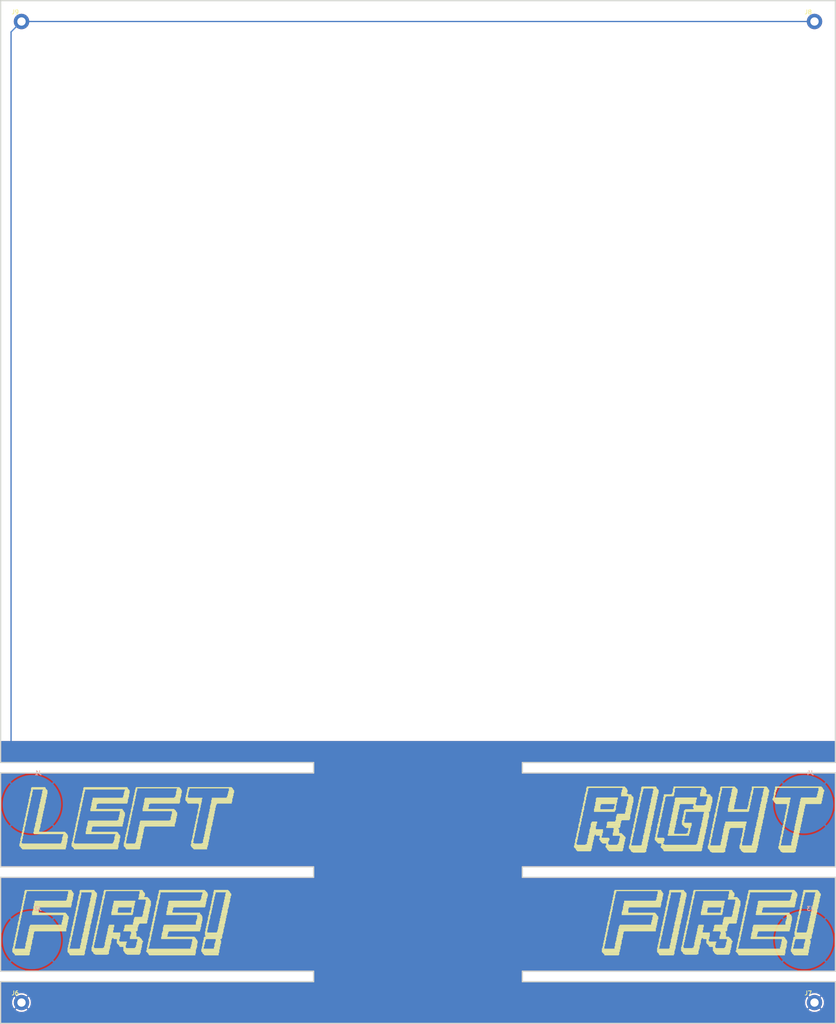
<source format=kicad_pcb>
(kicad_pcb (version 20221018) (generator pcbnew)
  (layers (0 "F.Cu" signal) (31 "B.Cu" signal) (34 "B.Paste" user) (35 "F.Paste" user) (36 "B.SilkS" user "B.Silkscreen") (37 "F.SilkS" user "F.Silkscreen") (38 "B.Mask" user) (39 "F.Mask" user) (44 "Edge.Cuts" user))
  (net 0 "")
  (net 1 "GND")
  (footprint "working:BEAM_SMALL" (layer "F.Cu") (at 116.7511 84.6836)
    (fp_text reference "U$43" hide)
    (fp_text value "" hide)
  )
  (footprint "working:1X01NS_KIT" (layer "F.Cu") (at 196.7611 45.3136)
    (fp_text reference "J8")
    (fp_text value "")
  )
  (footprint "working:INVADER_SMALL" (layer "F.Cu") (at 180.2511 59.2836)
    (fp_text reference "U$10" hide)
    (fp_text value "" hide)
  )
  (footprint "working:BEAM_SMALL" (layer "F.Cu") (at 192.9511 115.1636)
    (fp_text reference "U$129" hide)
    (fp_text value "" hide)
  )
  (footprint "working:BEAM_SMALL" (layer "F.Cu") (at 167.5511 54.2036)
    (fp_text reference "U$31" hide)
    (fp_text value "" hide)
  )
  (footprint "working:BEAM_SMALL" (layer "F.Cu") (at 180.2511 54.2036)
    (fp_text reference "U$32" hide)
    (fp_text value "" hide)
  )
  (footprint "working:INVADER_SMALL" (layer "F.Cu") (at 104.0511 49.1236)
    (fp_text reference "U$1" hide)
    (fp_text value "" hide)
  )
  (footprint "working:INVADER_SMALL" (layer "F.Cu") (at 192.9511 120.2436)
    (fp_text reference "U$105" hide)
    (fp_text value "" hide)
  )
  (footprint "working:BEAM_SMALL" (layer "F.Cu") (at 129.4511 94.8436)
    (fp_text reference "U$92" hide)
    (fp_text value "" hide)
  )
  (footprint "working:INVADER_SMALL" (layer "F.Cu") (at 116.7511 59.2836)
    (fp_text reference "U$5" hide)
    (fp_text value "" hide)
  )
  (footprint "working:BEAM_SMALL" (layer "F.Cu") (at 167.5511 115.1636)
    (fp_text reference "U$127" hide)
    (fp_text value "" hide)
  )
  (footprint "working:BLASTER_SMALL" (layer "F.Cu") (at 180.2511 130.4036)
    (fp_text reference "U$136" hide)
    (fp_text value "" hide)
  )
  (footprint "working:INVADER_SMALL" (layer "F.Cu") (at 154.8511 89.7636)
    (fp_text reference "U$86" hide)
    (fp_text value "" hide)
  )
  (footprint "working:BEAM_SMALL" (layer "F.Cu") (at 129.4511 74.5236)
    (fp_text reference "U$60" hide)
    (fp_text value "" hide)
  )
  (footprint "working:INVADER_SMALL" (layer "F.Cu") (at 129.4511 79.6036)
    (fp_text reference "U$36" hide)
    (fp_text value "" hide)
  )
  (footprint "working:1X01NS_KIT" (layer "F.Cu") (at 100.2411 45.3136)
    (fp_text reference "J9")
    (fp_text value "")
  )
  (footprint "working:BLASTER_SMALL" (layer "F.Cu") (at 167.5511 130.4036)
    (fp_text reference "U$135" hide)
    (fp_text value "" hide)
  )
  (footprint "working:BEAM_SMALL" (layer "F.Cu") (at 192.9511 54.2036)
    (fp_text reference "U$33" hide)
    (fp_text value "" hide)
  )
  (footprint "working:TITLE#PNG" (layer "F.Cu") (at 148.5011 164.6936)
    (fp_text reference "U$141" hide)
    (fp_text value "" hide)
  )
  (footprint "working:INVADER_SMALL" (layer "F.Cu") (at 142.1511 110.0836)
    (fp_text reference "U$117" hide)
    (fp_text value "" hide)
  )
  (footprint "working:INVADER_SMALL" (layer "F.Cu") (at 116.7511 110.0836)
    (fp_text reference "U$115" hide)
    (fp_text value "" hide)
  )
  (footprint "working:BEAM_SMALL" (layer "F.Cu") (at 142.1511 115.1636)
    (fp_text reference "U$125" hide)
    (fp_text value "" hide)
  )
  (footprint "working:INVADER_SMALL" (layer "F.Cu") (at 192.9511 69.4436)
    (fp_text reference "U$57" hide)
    (fp_text value "" hide)
  )
  (footprint "working:INVADER_SMALL" (layer "F.Cu") (at 167.5511 69.4436)
    (fp_text reference "U$55" hide)
    (fp_text value "" hide)
  )
  (footprint "working:INVADER_SMALL" (layer "F.Cu") (at 129.4511 49.1236)
    (fp_text reference "U$20" hide)
    (fp_text value "" hide)
  )
  (footprint "working:BLASTER_SMALL" (layer "F.Cu") (at 192.9511 130.4036)
    (fp_text reference "U$137" hide)
    (fp_text value "" hide)
  )
  (footprint "working:BEAM_SMALL" (layer "F.Cu") (at 116.7511 74.5236)
    (fp_text reference "U$59" hide)
    (fp_text value "" hide)
  )
  (footprint "working:INVADER_SMALL" (layer "F.Cu") (at 142.1511 59.2836)
    (fp_text reference "U$7" hide)
    (fp_text value "" hide)
  )
  (footprint "working:BEAM_SMALL" (layer "F.Cu") (at 167.5511 94.8436)
    (fp_text reference "U$95" hide)
    (fp_text value "" hide)
  )
  (footprint "working:INVADER_SMALL" (layer "F.Cu") (at 180.2511 110.0836)
    (fp_text reference "U$120" hide)
    (fp_text value "" hide)
  )
  (footprint "working:BEAM_SMALL" (layer "F.Cu") (at 142.1511 84.6836)
    (fp_text reference "U$45" hide)
    (fp_text value "" hide)
  )
  (footprint "working:INVADER_SMALL" (layer "F.Cu") (at 104.0511 79.6036)
    (fp_text reference "U$34" hide)
    (fp_text value "" hide)
  )
  (footprint "working:INVADER_SMALL" (layer "F.Cu") (at 116.7511 89.7636)
    (fp_text reference "U$83" hide)
    (fp_text value "" hide)
  )
  (footprint "working:BEAM_SMALL" (layer "F.Cu") (at 116.7511 105.0036)
    (fp_text reference "U$75" hide)
    (fp_text value "" hide)
  )
  (footprint "working:INVADER_SMALL" (layer "F.Cu") (at 104.0511 120.2436)
    (fp_text reference "U$98" hide)
    (fp_text value "" hide)
  )
  (footprint "working:BEAM_SMALL" (layer "F.Cu") (at 180.2511 74.5236)
    (fp_text reference "U$64" hide)
    (fp_text value "" hide)
  )
  (footprint "working:BLASTER_SMALL" (layer "F.Cu") (at 142.1511 130.4036)
    (fp_text reference "U$133" hide)
    (fp_text value "" hide)
  )
  (footprint "working:INVADER_SMALL" (layer "F.Cu") (at 129.4511 59.2836)
    (fp_text reference "U$6" hide)
    (fp_text value "" hide)
  )
  (footprint "working:LEFT#PNG" (layer "F.Cu") (at 112.9411 142.3416)
    (fp_text reference "U$139" hide)
    (fp_text value "" hide)
  )
  (footprint "working:INVADER_SMALL" (layer "F.Cu") (at 192.9511 110.0836)
    (fp_text reference "U$121" hide)
    (fp_text value "" hide)
  )
  (footprint "working:BEAM_SMALL" (layer "F.Cu") (at 142.1511 105.0036)
    (fp_text reference "U$77" hide)
    (fp_text value "" hide)
  )
  (footprint "working:BEAM_SMALL" (layer "F.Cu") (at 142.1511 94.8436)
    (fp_text reference "U$93" hide)
    (fp_text value "" hide)
  )
  (footprint "working:INVADER_SMALL" (layer "F.Cu") (at 104.0511 99.9236)
    (fp_text reference "U$66" hide)
    (fp_text value "" hide)
  )
  (footprint "working:BEAM_SMALL" (layer "F.Cu") (at 192.9511 64.3636)
    (fp_text reference "U$19" hide)
    (fp_text value "" hide)
  )
  (footprint "working:BEAM_SMALL" (layer "F.Cu") (at 116.7511 54.2036)
    (fp_text reference "U$27" hide)
    (fp_text value "" hide)
  )
  (footprint "working:INVADER_SMALL" (layer "F.Cu") (at 129.4511 69.4436)
    (fp_text reference "U$52" hide)
    (fp_text value "" hide)
  )
  (footprint "working:INVADER_SMALL" (layer "F.Cu") (at 180.2511 89.7636)
    (fp_text reference "U$88" hide)
    (fp_text value "" hide)
  )
  (footprint "working:BEAM_SMALL" (layer "F.Cu") (at 180.2511 115.1636)
    (fp_text reference "U$128" hide)
    (fp_text value "" hide)
  )
  (footprint "working:INVADER_SMALL" (layer "F.Cu") (at 154.8511 120.2436)
    (fp_text reference "U$102" hide)
    (fp_text value "" hide)
  )
  (footprint "working:BEAM_SMALL" (layer "F.Cu") (at 116.7511 115.1636)
    (fp_text reference "U$123" hide)
    (fp_text value "" hide)
  )
  (footprint "working:BEAM_SMALL" (layer "F.Cu") (at 129.4511 54.2036)
    (fp_text reference "U$28" hide)
    (fp_text value "" hide)
  )
  (footprint "working:INVADER_SMALL" (layer "F.Cu") (at 167.5511 59.2836)
    (fp_text reference "U$9" hide)
    (fp_text value "" hide)
  )
  (footprint "working:BEAM_SMALL" (layer "F.Cu") (at 129.4511 64.3636)
    (fp_text reference "U$14" hide)
    (fp_text value "" hide)
  )
  (footprint "working:INVADER_SMALL" (layer "F.Cu") (at 116.7511 69.4436)
    (fp_text reference "U$51" hide)
    (fp_text value "" hide)
  )
  (footprint "working:BEAM_SMALL" (layer "F.Cu") (at 129.4511 105.0036)
    (fp_text reference "U$76" hide)
    (fp_text value "" hide)
  )
  (footprint "working:INVADER_SMALL" (layer "F.Cu") (at 154.8511 59.2836)
    (fp_text reference "U$8" hide)
    (fp_text value "" hide)
  )
  (footprint "working:BEAM_SMALL" (layer "F.Cu") (at 167.5511 105.0036)
    (fp_text reference "U$79" hide)
    (fp_text value "" hide)
  )
  (footprint "working:INVADER_SMALL" (layer "F.Cu") (at 116.7511 79.6036)
    (fp_text reference "U$35" hide)
    (fp_text value "" hide)
  )
  (footprint "working:BEAM_SMALL" (layer "F.Cu") (at 104.0511 64.3636)
    (fp_text reference "U$12" hide)
    (fp_text value "" hide)
  )
  (footprint "working:INVADER_SMALL" (layer "F.Cu") (at 167.5511 110.0836)
    (fp_text reference "U$119" hide)
    (fp_text value "" hide)
  )
  (footprint "working:BEAM_SMALL" (layer "F.Cu") (at 192.9511 74.5236)
    (fp_text reference "U$65" hide)
    (fp_text value "" hide)
  )
  (footprint "working:BLASTER_SMALL" (layer "F.Cu") (at 116.7511 130.4036)
    (fp_text reference "U$131" hide)
    (fp_text value "" hide)
  )
  (footprint "working:INVADER_SMALL" (layer "F.Cu") (at 142.1511 79.6036)
    (fp_text reference "U$37" hide)
    (fp_text value "" hide)
  )
  (footprint "working:INVADER_SMALL" (layer "F.Cu") (at 180.2511 79.6036)
    (fp_text reference "U$40" hide)
    (fp_text value "" hide)
  )
  (footprint "working:BEAM_SMALL" (layer "F.Cu") (at 167.5511 64.3636)
    (fp_text reference "U$17" hide)
    (fp_text value "" hide)
  )
  (footprint "working:BEAM_SMALL" (layer "F.Cu") (at 142.1511 64.3636)
    (fp_text reference "U$15" hide)
    (fp_text value "" hide)
  )
  (footprint "working:INVADER_SMALL" (layer "F.Cu") (at 142.1511 99.9236)
    (fp_text reference "U$69" hide)
    (fp_text value "" hide)
  )
  (footprint "working:BEAM_SMALL" (layer "F.Cu") (at 192.9511 105.0036)
    (fp_text reference "U$81" hide)
    (fp_text value "" hide)
  )
  (footprint "working:INVADER_SMALL" (layer "F.Cu") (at 116.7511 49.1236)
    (fp_text reference "U$3" hide)
    (fp_text value "" hide)
  )
  (footprint "working:FIRE#PNG" (layer "F.Cu") (at 184.0611 155.0416)
    (fp_text reference "U$138" hide)
    (fp_text value "" hide)
  )
  (footprint "working:BEAM_SMALL" (layer "F.Cu") (at 154.8511 105.0036)
    (fp_text reference "U$78" hide)
    (fp_text value "" hide)
  )
  (footprint "working:INVADER_SMALL" (layer "F.Cu") (at 180.2511 69.4436)
    (fp_text reference "U$56" hide)
    (fp_text value "" hide)
  )
  (footprint "working:INVADER_SMALL" (layer "F.Cu") (at 154.8511 110.0836)
    (fp_text reference "U$118" hide)
    (fp_text value "" hide)
  )
  (footprint "working:BEAM_SMALL" (layer "F.Cu") (at 129.4511 115.1636)
    (fp_text reference "U$124" hide)
    (fp_text value "" hide)
  )
  (footprint "working:BEAM_SMALL" (layer "F.Cu") (at 167.5511 125.3236)
    (fp_text reference "U$111" hide)
    (fp_text value "" hide)
  )
  (footprint "working:INVADER_SMALL" (layer "F.Cu") (at 104.0511 69.4436)
    (fp_text reference "U$50" hide)
    (fp_text value "" hide)
  )
  (footprint "working:INVADER_SMALL" (layer "F.Cu") (at 192.9511 79.6036)
    (fp_text reference "U$41" hide)
    (fp_text value "" hide)
  )
  (footprint "working:BEAM_SMALL" (layer "F.Cu") (at 104.0511 54.2036)
    (fp_text reference "U$26" hide)
    (fp_text value "" hide)
  )
  (footprint "working:BEAM_SMALL" (layer "F.Cu") (at 154.8511 74.5236)
    (fp_text reference "U$62" hide)
    (fp_text value "" hide)
  )
  (footprint "working:BEAM_SMALL" (layer "F.Cu") (at 154.8511 115.1636)
    (fp_text reference "U$126" hide)
    (fp_text value "" hide)
  )
  (footprint "working:BEAM_SMALL" (layer "F.Cu") (at 180.2511 84.6836)
    (fp_text reference "U$48" hide)
    (fp_text value "" hide)
  )
  (footprint "working:INVADER_SMALL" (layer "F.Cu") (at 180.2511 120.2436)
    (fp_text reference "U$104" hide)
    (fp_text value "" hide)
  )
  (footprint "working:INVADER_SMALL" (layer "F.Cu") (at 167.5511 99.9236)
    (fp_text reference "U$71" hide)
    (fp_text value "" hide)
  )
  (footprint "working:BEAM_SMALL" (layer "F.Cu") (at 180.2511 125.3236)
    (fp_text reference "U$112" hide)
    (fp_text value "" hide)
  )
  (footprint "working:BEAM_SMALL" (layer "F.Cu") (at 104.0511 105.0036)
    (fp_text reference "U$74" hide)
    (fp_text value "" hide)
  )
  (footprint "working:BEAM_SMALL" (layer "F.Cu") (at 129.4511 84.6836)
    (fp_text reference "U$44" hide)
    (fp_text value "" hide)
  )
  (footprint "working:BEAM_SMALL" (layer "F.Cu") (at 154.8511 64.3636)
    (fp_text reference "U$16" hide)
    (fp_text value "" hide)
  )
  (footprint "working:INVADER_SMALL" (layer "F.Cu") (at 129.4511 89.7636)
    (fp_text reference "U$84" hide)
    (fp_text value "" hide)
  )
  (footprint "working:BLASTER_SMALL" (layer "F.Cu") (at 154.8511 130.4036)
    (fp_text reference "U$134" hide)
    (fp_text value "" hide)
  )
  (footprint "working:INVADER_SMALL" (layer "F.Cu") (at 142.1511 89.7636)
    (fp_text reference "U$85" hide)
    (fp_text value "" hide)
  )
  (footprint "working:INVADER_SMALL" (layer "F.Cu") (at 104.0511 89.7636)
    (fp_text reference "U$82" hide)
    (fp_text value "" hide)
  )
  (footprint "working:INVADER_SMALL" (layer "F.Cu") (at 104.0511 59.2836)
    (fp_text reference "U$4" hide)
    (fp_text value "" hide)
  )
  (footprint "working:BEAM_SMALL" (layer "F.Cu") (at 180.2511 105.0036)
    (fp_text reference "U$80" hide)
    (fp_text value "" hide)
  )
  (footprint "working:BEAM_SMALL" (layer "F.Cu") (at 116.7511 125.3236)
    (fp_text reference "U$107" hide)
    (fp_text value "" hide)
  )
  (footprint "working:BEAM_SMALL" (layer "F.Cu") (at 129.4511 125.3236)
    (fp_text reference "U$108" hide)
    (fp_text value "" hide)
  )
  (footprint "working:BEAM_SMALL" (layer "F.Cu") (at 192.9511 94.8436)
    (fp_text reference "U$97" hide)
    (fp_text value "" hide)
  )
  (footprint "working:BEAM_SMALL" (layer "F.Cu") (at 167.5511 74.5236)
    (fp_text reference "U$63" hide)
    (fp_text value "" hide)
  )
  (footprint "working:BEAM_SMALL" (layer "F.Cu") (at 104.0511 84.6836)
    (fp_text reference "U$42" hide)
    (fp_text value "" hide)
  )
  (footprint "working:INVADER_SMALL" (layer "F.Cu") (at 192.9511 49.1236)
    (fp_text reference "U$25" hide)
    (fp_text value "" hide)
  )
  (footprint "working:BEAM_SMALL" (layer "F.Cu") (at 180.2511 64.3636)
    (fp_text reference "U$18" hide)
    (fp_text value "" hide)
  )
  (footprint "working:INVADER_SMALL" (layer "F.Cu") (at 154.8511 49.1236)
    (fp_text reference "U$22" hide)
    (fp_text value "" hide)
  )
  (footprint "working:BEAM_SMALL" (layer "F.Cu") (at 192.9511 125.3236)
    (fp_text reference "U$113" hide)
    (fp_text value "" hide)
  )
  (footprint "working:INVADER_SMALL" (layer "F.Cu") (at 129.4511 120.2436)
    (fp_text reference "U$100" hide)
    (fp_text value "" hide)
  )
  (footprint "working:INVADER_SMALL" (layer "F.Cu") (at 192.9511 89.7636)
    (fp_text reference "U$89" hide)
    (fp_text value "" hide)
  )
  (footprint "working:BEAM_SMALL" (layer "F.Cu") (at 116.7511 94.8436)
    (fp_text reference "U$91" hide)
    (fp_text value "" hide)
  )
  (footprint "working:INVADER_SMALL" (layer "F.Cu") (at 167.5511 89.7636)
    (fp_text reference "U$87" hide)
    (fp_text value "" hide)
  )
  (footprint "working:INVADER_SMALL" (layer "F.Cu") (at 154.8511 79.6036)
    (fp_text reference "U$38" hide)
    (fp_text value "" hide)
  )
  (footprint "working:BEAM_SMALL" (layer "F.Cu") (at 154.8511 125.3236)
    (fp_text reference "U$110" hide)
    (fp_text value "" hide)
  )
  (footprint "working:INVADER_SMALL" (layer "F.Cu") (at 116.7511 120.2436)
    (fp_text reference "U$99" hide)
    (fp_text value "" hide)
  )
  (footprint "working:BEAM_SMALL" (layer "F.Cu") (at 154.8511 94.8436)
    (fp_text reference "U$94" hide)
    (fp_text value "" hide)
  )
  (footprint "working:BEAM_SMALL" (layer "F.Cu") (at 167.5511 84.6836)
    (fp_text reference "U$47" hide)
    (fp_text value "" hide)
  )
  (footprint "working:INVADER_SMALL" (layer "F.Cu") (at 167.5511 49.1236)
    (fp_text reference "U$23" hide)
    (fp_text value "" hide)
  )
  (footprint "working:INVADER_SMALL" (layer "F.Cu") (at 154.8511 69.4436)
    (fp_text reference "U$54" hide)
    (fp_text value "" hide)
  )
  (footprint "working:INVADER_SMALL" (layer "F.Cu") (at 167.5511 79.6036)
    (fp_text reference "U$39" hide)
    (fp_text value "" hide)
  )
  (footprint "working:BEAM_SMALL" (layer "F.Cu") (at 154.8511 84.6836)
    (fp_text reference "U$46" hide)
    (fp_text value "" hide)
  )
  (footprint "working:INVADER_SMALL" (layer "F.Cu") (at 167.5511 120.2436)
    (fp_text reference "U$103" hide)
    (fp_text value "" hide)
  )
  (footprint "working:BLASTER_SMALL" (layer "F.Cu") (at 104.0511 130.4036)
    (fp_text reference "U$130" hide)
    (fp_text value "" hide)
  )
  (footprint "working:1X01NS_KIT" (layer "F.Cu") (at 100.2411 164.6936)
    (fp_text reference "J6")
    (fp_text value "")
  )
  (footprint "working:BEAM_SMALL" (layer "F.Cu") (at 154.8511 54.2036)
    (fp_text reference "U$30" hide)
    (fp_text value "" hide)
  )
  (footprint "working:INVADER_SMALL" (layer "F.Cu") (at 116.7511 99.9236)
    (fp_text reference "U$67" hide)
    (fp_text value "" hide)
  )
  (footprint "working:INVADER_SMALL" (layer "F.Cu") (at 142.1511 49.1236)
    (fp_text reference "U$21" hide)
    (fp_text value "" hide)
  )
  (footprint "working:RIGHT#PNG" (layer "F.Cu") (at 182.7911 142.4686)
    (fp_text reference "U$140" hide)
    (fp_text value "" hide)
  )
  (footprint "working:BEAM_SMALL" (layer "F.Cu") (at 192.9511 84.6836)
    (fp_text reference "U$49" hide)
    (fp_text value "" hide)
  )
  (footprint "working:INVADER_SMALL" (layer "F.Cu") (at 180.2511 49.1236)
    (fp_text reference "U$24" hide)
    (fp_text value "" hide)
  )
  (footprint "working:BLASTER_SMALL" (layer "F.Cu") (at 129.4511 130.4036)
    (fp_text reference "U$132" hide)
    (fp_text value "" hide)
  )
  (footprint "working:INVADER_SMALL" (layer "F.Cu") (at 154.8511 99.9236)
    (fp_text reference "U$70" hide)
    (fp_text value "" hide)
  )
  (footprint "working:INVADER_SMALL" (layer "F.Cu") (at 142.1511 120.2436)
    (fp_text reference "U$101" hide)
    (fp_text value "" hide)
  )
  (footprint "working:BEAM_SMALL" (layer "F.Cu") (at 116.7511 64.3636)
    (fp_text reference "U$13" hide)
    (fp_text value "" hide)
  )
  (footprint "working:INVADER_SMALL" (layer "F.Cu") (at 192.9511 99.9236)
    (fp_text reference "U$73" hide)
    (fp_text value "" hide)
  )
  (footprint "working:1X01NS_KIT" (layer "F.Cu") (at 196.7611 164.6936)
    (fp_text reference "J7")
    (fp_text value "")
  )
  (footprint "working:INVADER_SMALL" (layer "F.Cu") (at 192.9511 59.2836)
    (fp_text reference "U$11" hide)
    (fp_text value "" hide)
  )
  (footprint "working:BEAM_SMALL" (layer "F.Cu") (at 180.2511 94.8436)
    (fp_text reference "U$96" hide)
    (fp_text value "" hide)
  )
  (footprint "working:BEAM_SMALL" (layer "F.Cu") (at 142.1511 74.5236)
    (fp_text reference "U$61" hide)
    (fp_text value "" hide)
  )
  (footprint "working:BEAM_SMALL" (layer "F.Cu") (at 104.0511 125.3236)
    (fp_text reference "U$106" hide)
    (fp_text value "" hide)
  )
  (footprint "working:BEAM_SMALL" (layer "F.Cu") (at 104.0511 115.1636)
    (fp_text reference "U$122" hide)
    (fp_text value "" hide)
  )
  (footprint "working:INVADER_SMALL" (layer "F.Cu") (at 129.4511 110.0836)
    (fp_text reference "U$116" hide)
    (fp_text value "" hide)
  )
  (footprint "working:BEAM_SMALL" (layer "F.Cu") (at 142.1511 125.3236)
    (fp_text reference "U$109" hide)
    (fp_text value "" hide)
  )
  (footprint "working:INVADER_SMALL" (layer "F.Cu") (at 180.2511 99.9236)
    (fp_text reference "U$72" hide)
    (fp_text value "" hide)
  )
  (footprint "working:INVADER_SMALL" (layer "F.Cu") (at 129.4511 99.9236)
    (fp_text reference "U$68" hide)
    (fp_text value "" hide)
  )
  (footprint "working:INVADER_SMALL" (layer "F.Cu") (at 142.1511 69.4436)
    (fp_text reference "U$53" hide)
    (fp_text value "" hide)
  )
  (footprint "working:INVADER_SMALL" (layer "F.Cu") (at 104.0511 110.0836)
    (fp_text reference "U$114" hide)
    (fp_text value "" hide)
  )
  (footprint "working:BEAM_SMALL" (layer "F.Cu") (at 104.0511 94.8436)
    (fp_text reference "U$90" hide)
    (fp_text value "" hide)
  )
  (footprint "working:BEAM_SMALL" (layer "F.Cu") (at 142.1511 54.2036)
    (fp_text reference "U$29" hide)
    (fp_text value "" hide)
  )
  (footprint "working:FIRE#PNG" (layer "F.Cu") (at 112.3061 155.0416)
    (fp_text reference "U$2" hide)
    (fp_text value "" hide)
  )
  (footprint "working:BEAM_SMALL" (layer "F.Cu") (at 104.0511 74.5236)
    (fp_text reference "U$58" hide)
    (fp_text value "" hide)
  )
  (footprint "working:SPRING-CONNECTOR" (layer "B.Cu") (at 195.4911 157.0736 180)
    (fp_text reference "J3")
    (fp_text value "")
  )
  (footprint "working:SPRING-CONNECTOR" (layer "B.Cu") (at 195.4911 140.5636 180)
    (fp_text reference "J4")
    (fp_text value "")
  )
  (footprint "working:SPRING-CONNECTOR" (layer "B.Cu") (at 101.5111 157.0736 180)
    (fp_text reference "J2")
    (fp_text value "")
  )
  (footprint "working:SPRING-CONNECTOR" (layer "B.Cu") (at 101.5111 140.5636 180)
    (fp_text reference "J1")
    (fp_text value "")
  )
  (gr_line (start 135.8011 148.1836) (end 97.7011 148.1836) (stroke (width 0.1524)) (layer "Edge.Cuts"))
  (gr_line (start 135.8011 162.1536) (end 135.8011 160.8836) (stroke (width 0.1524)) (layer "Edge.Cuts"))
  (gr_line (start 97.7011 167.2336) (end 97.7011 162.1536) (stroke (width 0.1524)) (layer "Edge.Cuts"))
  (gr_line (start 97.7011 162.1536) (end 135.8011 162.1536) (stroke (width 0.1524)) (layer "Edge.Cuts"))
  (gr_line (start 199.3011 162.1536) (end 199.3011 167.2336) (stroke (width 0.1524)) (layer "Edge.Cuts"))
  (gr_line (start 161.2011 136.7536) (end 199.3011 136.7536) (stroke (width 0.1524)) (layer "Edge.Cuts"))
  (gr_line (start 161.2011 135.4836) (end 161.2011 136.7536) (stroke (width 0.1524)) (layer "Edge.Cuts"))
  (gr_line (start 199.3011 42.7736) (end 199.3011 135.4836) (stroke (width 0.1524)) (layer "Edge.Cuts"))
  (gr_line (start 199.3011 148.1836) (end 161.2011 148.1836) (stroke (width 0.1524)) (layer "Edge.Cuts"))
  (gr_line (start 199.3011 135.4836) (end 161.2011 135.4836) (stroke (width 0.1524)) (layer "Edge.Cuts"))
  (gr_line (start 199.3011 160.8836) (end 161.2011 160.8836) (stroke (width 0.1524)) (layer "Edge.Cuts"))
  (gr_line (start 199.3011 149.4536) (end 199.3011 160.8836) (stroke (width 0.1524)) (layer "Edge.Cuts"))
  (gr_line (start 135.8011 136.7536) (end 135.8011 135.4836) (stroke (width 0.1524)) (layer "Edge.Cuts"))
  (gr_line (start 97.7011 160.8836) (end 97.7011 149.4536) (stroke (width 0.1524)) (layer "Edge.Cuts"))
  (gr_line (start 97.7011 42.7736) (end 199.3011 42.7736) (stroke (width 0.1524)) (layer "Edge.Cuts"))
  (gr_line (start 161.2011 148.1836) (end 161.2011 149.4536) (stroke (width 0.1524)) (layer "Edge.Cuts"))
  (gr_line (start 161.2011 160.8836) (end 161.2011 162.1536) (stroke (width 0.1524)) (layer "Edge.Cuts"))
  (gr_line (start 97.7011 148.1836) (end 97.7011 136.7536) (stroke (width 0.1524)) (layer "Edge.Cuts"))
  (gr_line (start 161.2011 162.1536) (end 199.3011 162.1536) (stroke (width 0.1524)) (layer "Edge.Cuts"))
  (gr_line (start 135.8011 149.4536) (end 135.8011 148.1836) (stroke (width 0.1524)) (layer "Edge.Cuts"))
  (gr_line (start 97.7011 149.4536) (end 135.8011 149.4536) (stroke (width 0.1524)) (layer "Edge.Cuts"))
  (gr_line (start 199.3011 136.7536) (end 199.3011 148.1836) (stroke (width 0.1524)) (layer "Edge.Cuts"))
  (gr_line (start 161.2011 149.4536) (end 199.3011 149.4536) (stroke (width 0.1524)) (layer "Edge.Cuts"))
  (gr_line (start 199.3011 167.2336) (end 97.7011 167.2336) (stroke (width 0.1524)) (layer "Edge.Cuts"))
  (gr_line (start 135.8011 135.4836) (end 97.7011 135.4836) (stroke (width 0.1524)) (layer "Edge.Cuts"))
  (gr_line (start 135.8011 160.8836) (end 97.7011 160.8836) (stroke (width 0.1524)) (layer "Edge.Cuts"))
  (gr_line (start 97.7011 135.4836) (end 97.7011 42.7736) (stroke (width 0.1524)) (layer "Edge.Cuts"))
  (gr_line (start 97.7011 136.7536) (end 135.8011 136.7536) (stroke (width 0.1524)) (layer "Edge.Cuts"))
  (segment (start 100.2411 45.3136) (end 98.9711 46.5836) (width 0.1524) (layer "B.Cu") (net 1))
  (segment (start 98.9711 46.5836) (end 98.9711 134.2136) (width 0.1524) (layer "B.Cu") (net 1))
  (segment (start 100.2411 45.3136) (end 196.7611 45.3136) (width 0.1524) (layer "B.Cu") (net 1))
  (zone (net 1) (net_name "GND") (layer "F.Cu") (priority 6) (connect_pads (clearance 0.000001)) (min_thickness 0.0762) (fill yes (thermal_gap 0.2024) (thermal_bridge_width 0.2024))
    (polygon (pts (xy 199.3773 167.3098) (xy 97.6249 167.3098) (xy 97.6249 132.8674) (xy 199.3773 132.8674)))
  )
  (zone (net 1) (net_name "GND") (layer "B.Cu") (priority 6) (connect_pads (clearance 0.000001)) (min_thickness 0.0762) (fill yes (thermal_gap 0.2024) (thermal_bridge_width 0.2024))
    (polygon (pts (xy 199.3773 167.3098) (xy 97.6249 167.3098) (xy 97.6249 132.8674) (xy 199.3773 132.8674)))
  )
)
</source>
